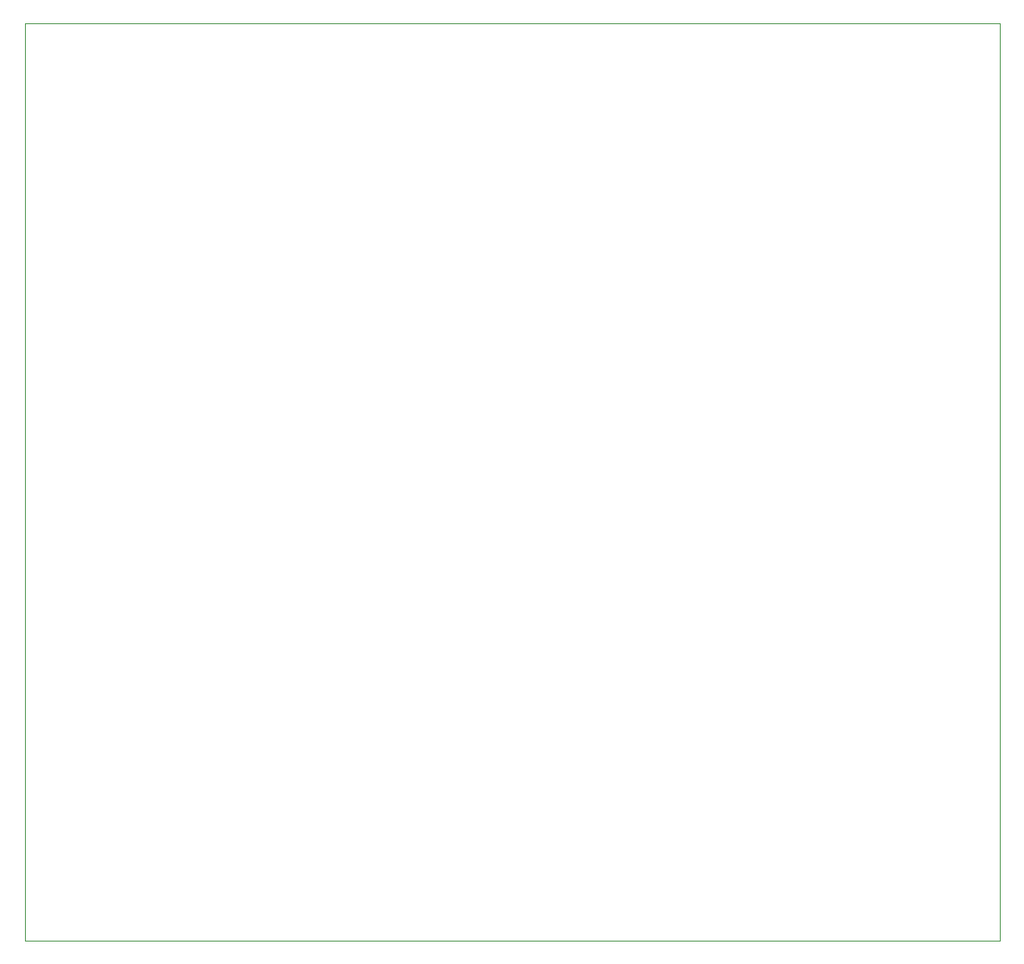
<source format=gbr>
%TF.GenerationSoftware,KiCad,Pcbnew,6.0.11+dfsg-1*%
%TF.CreationDate,2025-10-30T18:12:22+01:00*%
%TF.ProjectId,arduino,61726475-696e-46f2-9e6b-696361645f70,rev?*%
%TF.SameCoordinates,Original*%
%TF.FileFunction,Profile,NP*%
%FSLAX46Y46*%
G04 Gerber Fmt 4.6, Leading zero omitted, Abs format (unit mm)*
G04 Created by KiCad (PCBNEW 6.0.11+dfsg-1) date 2025-10-30 18:12:22*
%MOMM*%
%LPD*%
G01*
G04 APERTURE LIST*
%TA.AperFunction,Profile*%
%ADD10C,0.050000*%
%TD*%
G04 APERTURE END LIST*
D10*
X85090000Y-40000000D02*
X184150000Y-40000000D01*
X184150000Y-40000000D02*
X184150000Y-133350000D01*
X184150000Y-133350000D02*
X85090000Y-133350000D01*
X85090000Y-133350000D02*
X85090000Y-40000000D01*
M02*

</source>
